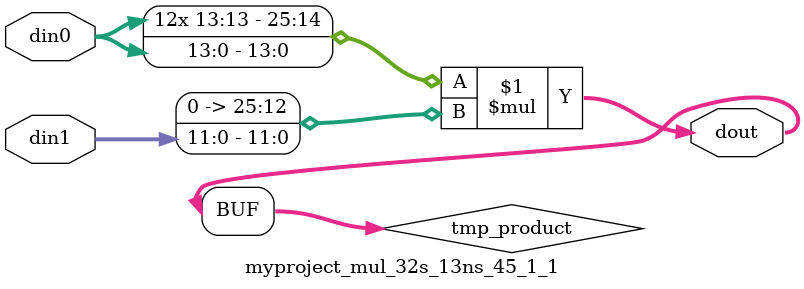
<source format=v>

`timescale 1 ns / 1 ps

  module myproject_mul_32s_13ns_45_1_1(din0, din1, dout);
parameter ID = 1;
parameter NUM_STAGE = 0;
parameter din0_WIDTH = 14;
parameter din1_WIDTH = 12;
parameter dout_WIDTH = 26;

input [din0_WIDTH - 1 : 0] din0; 
input [din1_WIDTH - 1 : 0] din1; 
output [dout_WIDTH - 1 : 0] dout;

wire signed [dout_WIDTH - 1 : 0] tmp_product;












assign tmp_product = $signed(din0) * $signed({1'b0, din1});









assign dout = tmp_product;







endmodule

</source>
